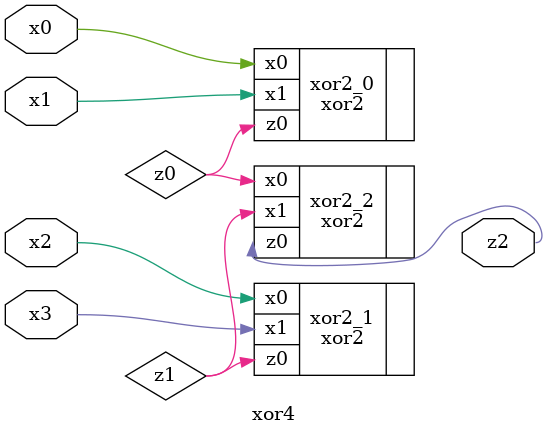
<source format=v>

`include "../xor2/xor2.v"

module xor4 (x0, x1, x2, x3, z2);

// inputs and output
input x0, x1, x2, x3;
output z2;

// define signals
wire x0, x1, x2, x3;
wire z0, z1, z2;

// XOR2 Module 1
xor2 xor2_0(.x0(x0), .x1(x1), .z0(z0));

// XOR2 Module 2
xor2 xor2_1(.x0(x2), .x1(x3), .z0(z1));

// XOR2 Module 3
xor2 xor2_2(.x0(z0), .x1(z1), .z0(z2));

endmodule
</source>
